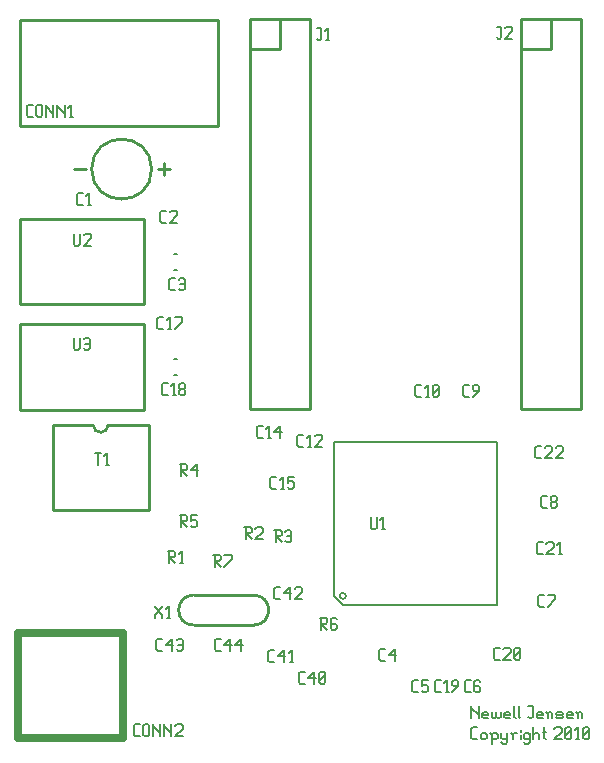
<source format=gbr>
G04 start of page 10 for group -4079 idx -4079 *
G04 Title: (unknown), topsilk *
G04 Creator: pcb 1.99z *
G04 CreationDate: Sun 01 Aug 2010 05:53:12 AM GMT UTC *
G04 For: jensen *
G04 Format: Gerber/RS-274X *
G04 PCB-Dimensions: 200000 250000 *
G04 PCB-Coordinate-Origin: lower left *
%MOIN*%
%FSLAX25Y25*%
%LNFRONTSILK*%
%ADD13C,0.0080*%
%ADD35C,0.0100*%
%ADD50C,0.0250*%
G54D13*X157000Y5000D02*X158500D01*
X156500Y5500D02*X157000Y5000D01*
X156500Y8500D02*Y5500D01*
Y8500D02*X157000Y9000D01*
X158500D01*
X159701Y6500D02*Y5500D01*
Y6500D02*X160201Y7000D01*
X161201D01*
X161701Y6500D01*
Y5500D01*
X161201Y5000D02*X161701Y5500D01*
X160201Y5000D02*X161201D01*
X159701Y5500D02*X160201Y5000D01*
X163402Y6500D02*Y3500D01*
X162902Y7000D02*X163402Y6500D01*
X163902Y7000D01*
X164902D01*
X165402Y6500D01*
Y5500D01*
X164902Y5000D02*X165402Y5500D01*
X163902Y5000D02*X164902D01*
X163402Y5500D02*X163902Y5000D01*
X166603Y7000D02*Y5500D01*
X167103Y5000D01*
X168603Y7000D02*Y4000D01*
X168103Y3500D02*X168603Y4000D01*
X167103Y3500D02*X168103D01*
X166603Y4000D02*X167103Y3500D01*
Y5000D02*X168103D01*
X168603Y5500D01*
X170304Y6500D02*Y5000D01*
Y6500D02*X170804Y7000D01*
X171804D01*
X169804D02*X170304Y6500D01*
X173005Y8000D02*Y7500D01*
Y6500D02*Y5000D01*
X175506Y7000D02*X176006Y6500D01*
X174506Y7000D02*X175506D01*
X174006Y6500D02*X174506Y7000D01*
X174006Y6500D02*Y5500D01*
X174506Y5000D01*
X175506D01*
X176006Y5500D01*
X174006Y4000D02*X174506Y3500D01*
X175506D01*
X176006Y4000D01*
Y7000D02*Y4000D01*
X177207Y9000D02*Y5000D01*
Y6500D02*X177707Y7000D01*
X178707D01*
X179207Y6500D01*
Y5000D01*
X180908Y9000D02*Y5500D01*
X181408Y5000D01*
X180408Y7500D02*X181408D01*
X184209Y8500D02*X184709Y9000D01*
X186209D01*
X186709Y8500D01*
Y7500D01*
X184209Y5000D02*X186709Y7500D01*
X184209Y5000D02*X186709D01*
X187910Y5500D02*X188410Y5000D01*
X187910Y8500D02*Y5500D01*
Y8500D02*X188410Y9000D01*
X189410D01*
X189910Y8500D01*
Y5500D01*
X189410Y5000D02*X189910Y5500D01*
X188410Y5000D02*X189410D01*
X187910Y6000D02*X189910Y8000D01*
X191611Y5000D02*X192611D01*
X192111Y9000D02*Y5000D01*
X191111Y8000D02*X192111Y9000D01*
X193812Y5500D02*X194312Y5000D01*
X193812Y8500D02*Y5500D01*
Y8500D02*X194312Y9000D01*
X195312D01*
X195812Y8500D01*
Y5500D01*
X195312Y5000D02*X195812Y5500D01*
X194312Y5000D02*X195312D01*
X193812Y6000D02*X195812Y8000D01*
X156500Y16000D02*Y12000D01*
Y16000D02*Y15500D01*
X159000Y13000D01*
Y16000D02*Y12000D01*
X160701D02*X162201D01*
X160201Y12500D02*X160701Y12000D01*
X160201Y13500D02*Y12500D01*
Y13500D02*X160701Y14000D01*
X161701D01*
X162201Y13500D01*
X160201Y13000D02*X162201D01*
Y13500D02*Y13000D01*
X163402Y14000D02*Y12500D01*
X163902Y12000D01*
X164402D01*
X164902Y12500D01*
Y14000D02*Y12500D01*
X165402Y12000D01*
X165902D01*
X166402Y12500D01*
Y14000D02*Y12500D01*
X168103Y12000D02*X169603D01*
X167603Y12500D02*X168103Y12000D01*
X167603Y13500D02*Y12500D01*
Y13500D02*X168103Y14000D01*
X169103D01*
X169603Y13500D01*
X167603Y13000D02*X169603D01*
Y13500D02*Y13000D01*
X170804Y16000D02*Y12500D01*
X171304Y12000D01*
X172305Y16000D02*Y12500D01*
X172805Y12000D01*
X175606Y16000D02*X177106D01*
Y12500D01*
X176606Y12000D02*X177106Y12500D01*
X176106Y12000D02*X176606D01*
X175606Y12500D02*X176106Y12000D01*
X178807D02*X180307D01*
X178307Y12500D02*X178807Y12000D01*
X178307Y13500D02*Y12500D01*
Y13500D02*X178807Y14000D01*
X179807D01*
X180307Y13500D01*
X178307Y13000D02*X180307D01*
Y13500D02*Y13000D01*
X182008Y13500D02*Y12000D01*
Y13500D02*X182508Y14000D01*
X183008D01*
X183508Y13500D01*
Y12000D01*
X181508Y14000D02*X182008Y13500D01*
X185209Y12000D02*X186709D01*
X187209Y12500D01*
X186709Y13000D02*X187209Y12500D01*
X185209Y13000D02*X186709D01*
X184709Y13500D02*X185209Y13000D01*
X184709Y13500D02*X185209Y14000D01*
X186709D01*
X187209Y13500D01*
X184709Y12500D02*X185209Y12000D01*
X188910D02*X190410D01*
X188410Y12500D02*X188910Y12000D01*
X188410Y13500D02*Y12500D01*
Y13500D02*X188910Y14000D01*
X189910D01*
X190410Y13500D01*
X188410Y13000D02*X190410D01*
Y13500D02*Y13000D01*
X192111Y13500D02*Y12000D01*
Y13500D02*X192611Y14000D01*
X193111D01*
X193611Y13500D01*
Y12000D01*
X191611Y14000D02*X192111Y13500D01*
G54D35*X17000Y109750D02*Y81250D01*
X49000D01*
Y109750D02*Y81250D01*
X17000Y109750D02*X30500D01*
X35500D02*X49000D01*
X30500D02*G75*G03X35500Y109750I2500J0D01*G01*
X6100Y178472D02*Y149972D01*
Y178472D02*X47500D01*
Y149972D01*
X6100D02*X47500D01*
G54D13*X57607Y131755D02*X58393D01*
X57607Y126245D02*X58393D01*
X57607Y166755D02*X58393D01*
X57607Y161245D02*X58393D01*
G54D35*X183000Y245000D02*Y235000D01*
X173000D02*X183000D01*
X173000Y245000D02*X193000D01*
Y115000D01*
X173000D02*X193000D01*
X173000Y245000D02*Y115000D01*
X6100Y143300D02*Y114800D01*
Y143300D02*X47500D01*
Y114800D01*
X6100D02*X47500D01*
X58818Y244716D02*X72204D01*
Y209283D01*
X58425D02*X72204D01*
X6063Y244716D02*X61181D01*
X6063Y209283D02*X61181D01*
X6063Y244716D02*Y209283D01*
X24000Y195000D02*X28000D01*
X54000Y197000D02*Y193000D01*
X52000Y195000D02*X56000D01*
X50000D02*G75*G03X50000Y195000I-10000J0D01*G01*
X92900Y245000D02*Y235000D01*
X82900D02*X92900D01*
X82900Y245000D02*X102900D01*
Y115000D01*
X82900D02*X102900D01*
X82900Y245000D02*Y115000D01*
X64000Y53000D02*X84000D01*
X64000Y43000D02*X84000D01*
X64000Y53000D02*G75*G03X64000Y43000I0J-5000D01*G01*
X84000D02*G75*G03X84000Y53000I0J5000D01*G01*
G54D50*X40500Y40500D02*X5500D01*
X40500Y5500D02*Y40500D01*
X5500Y5500D02*X40500D01*
X5500Y40500D02*Y5500D01*
G54D13*X113741Y49841D02*X110841Y52741D01*
X113741Y49841D02*X165159D01*
Y104159D02*Y49841D01*
X110841Y104159D02*X165159D01*
X110841D02*Y52741D01*
X113741Y51741D02*G75*G03X113741Y51741I0J1000D01*G01*
X126350Y31150D02*X127850D01*
X125850Y31650D02*X126350Y31150D01*
X125850Y34650D02*Y31650D01*
Y34650D02*X126350Y35150D01*
X127850D01*
X129051Y33150D02*X131051Y35150D01*
X129051Y33150D02*X131551D01*
X131051Y35150D02*Y31150D01*
X137350Y20650D02*X138850D01*
X136850Y21150D02*X137350Y20650D01*
X136850Y24150D02*Y21150D01*
Y24150D02*X137350Y24650D01*
X138850D01*
X140051D02*X142051D01*
X140051D02*Y22650D01*
X140551Y23150D01*
X141551D01*
X142051Y22650D01*
Y21150D01*
X141551Y20650D02*X142051Y21150D01*
X140551Y20650D02*X141551D01*
X140051Y21150D02*X140551Y20650D01*
X59350Y79650D02*X61350D01*
X61850Y79150D01*
Y78150D01*
X61350Y77650D02*X61850Y78150D01*
X59850Y77650D02*X61350D01*
X59850Y79650D02*Y75650D01*
Y77650D02*X61850Y75650D01*
X63051Y79650D02*X65051D01*
X63051D02*Y77650D01*
X63551Y78150D01*
X64551D01*
X65051Y77650D01*
Y76150D01*
X64551Y75650D02*X65051Y76150D01*
X63551Y75650D02*X64551D01*
X63051Y76150D02*X63551Y75650D01*
X70500Y66500D02*X72500D01*
X73000Y66000D01*
Y65000D01*
X72500Y64500D02*X73000Y65000D01*
X71000Y64500D02*X72500D01*
X71000Y66500D02*Y62500D01*
Y64500D02*X73000Y62500D01*
X74201D02*X76701Y65000D01*
Y66500D02*Y65000D01*
X74201Y66500D02*X76701D01*
X80850Y75650D02*X82850D01*
X83350Y75150D01*
Y74150D01*
X82850Y73650D02*X83350Y74150D01*
X81350Y73650D02*X82850D01*
X81350Y75650D02*Y71650D01*
Y73650D02*X83350Y71650D01*
X84551Y75150D02*X85051Y75650D01*
X86551D01*
X87051Y75150D01*
Y74150D01*
X84551Y71650D02*X87051Y74150D01*
X84551Y71650D02*X87051D01*
X71500Y34500D02*X73000D01*
X71000Y35000D02*X71500Y34500D01*
X71000Y38000D02*Y35000D01*
Y38000D02*X71500Y38500D01*
X73000D01*
X74201Y36500D02*X76201Y38500D01*
X74201Y36500D02*X76701D01*
X76201Y38500D02*Y34500D01*
X77902Y36500D02*X79902Y38500D01*
X77902Y36500D02*X80402D01*
X79902Y38500D02*Y34500D01*
X91350Y51650D02*X92850D01*
X90850Y52150D02*X91350Y51650D01*
X90850Y55150D02*Y52150D01*
Y55150D02*X91350Y55650D01*
X92850D01*
X94051Y53650D02*X96051Y55650D01*
X94051Y53650D02*X96551D01*
X96051Y55650D02*Y51650D01*
X97752Y55150D02*X98252Y55650D01*
X99752D01*
X100252Y55150D01*
Y54150D01*
X97752Y51650D02*X100252Y54150D01*
X97752Y51650D02*X100252D01*
X123000Y79000D02*Y75500D01*
X123500Y75000D01*
X124500D01*
X125000Y75500D01*
Y79000D02*Y75500D01*
X126701Y75000D02*X127701D01*
X127201Y79000D02*Y75000D01*
X126201Y78000D02*X127201Y79000D01*
X90850Y74650D02*X92850D01*
X93350Y74150D01*
Y73150D01*
X92850Y72650D02*X93350Y73150D01*
X91350Y72650D02*X92850D01*
X91350Y74650D02*Y70650D01*
Y72650D02*X93350Y70650D01*
X94551Y74150D02*X95051Y74650D01*
X96051D01*
X96551Y74150D01*
Y71150D01*
X96051Y70650D02*X96551Y71150D01*
X95051Y70650D02*X96051D01*
X94551Y71150D02*X95051Y70650D01*
Y72650D02*X96551D01*
X52000Y34500D02*X53500D01*
X51500Y35000D02*X52000Y34500D01*
X51500Y38000D02*Y35000D01*
Y38000D02*X52000Y38500D01*
X53500D01*
X54701Y36500D02*X56701Y38500D01*
X54701Y36500D02*X57201D01*
X56701Y38500D02*Y34500D01*
X58402Y38000D02*X58902Y38500D01*
X59902D01*
X60402Y38000D01*
Y35000D01*
X59902Y34500D02*X60402Y35000D01*
X58902Y34500D02*X59902D01*
X58402Y35000D02*X58902Y34500D01*
Y36500D02*X60402D01*
X44500Y6000D02*X46000D01*
X44000Y6500D02*X44500Y6000D01*
X44000Y9500D02*Y6500D01*
Y9500D02*X44500Y10000D01*
X46000D01*
X47201Y9500D02*Y6500D01*
Y9500D02*X47701Y10000D01*
X48701D01*
X49201Y9500D01*
Y6500D01*
X48701Y6000D02*X49201Y6500D01*
X47701Y6000D02*X48701D01*
X47201Y6500D02*X47701Y6000D01*
X50402Y10000D02*Y6000D01*
Y10000D02*Y9500D01*
X52902Y7000D01*
Y10000D02*Y6000D01*
X54103Y10000D02*Y6000D01*
Y10000D02*Y9500D01*
X56603Y7000D01*
Y10000D02*Y6000D01*
X57804Y9500D02*X58304Y10000D01*
X59804D01*
X60304Y9500D01*
Y8500D01*
X57804Y6000D02*X60304Y8500D01*
X57804Y6000D02*X60304D01*
X51000Y49500D02*Y49000D01*
X53500Y46500D01*
Y45500D01*
X51000Y46500D02*Y45500D01*
Y46500D02*X53500Y49000D01*
Y49500D02*Y49000D01*
X55201Y45500D02*X56201D01*
X55701Y49500D02*Y45500D01*
X54701Y48500D02*X55701Y49500D01*
X154350Y119150D02*X155850D01*
X153850Y119650D02*X154350Y119150D01*
X153850Y122650D02*Y119650D01*
Y122650D02*X154350Y123150D01*
X155850D01*
X157051Y119150D02*X159051Y121150D01*
Y122650D02*Y121150D01*
X158551Y123150D02*X159051Y122650D01*
X157551Y123150D02*X158551D01*
X157051Y122650D02*X157551Y123150D01*
X157051Y122650D02*Y121650D01*
X157551Y121150D01*
X159051D01*
X138350Y119150D02*X139850D01*
X137850Y119650D02*X138350Y119150D01*
X137850Y122650D02*Y119650D01*
Y122650D02*X138350Y123150D01*
X139850D01*
X141551Y119150D02*X142551D01*
X142051Y123150D02*Y119150D01*
X141051Y122150D02*X142051Y123150D01*
X143752Y119650D02*X144252Y119150D01*
X143752Y122650D02*Y119650D01*
Y122650D02*X144252Y123150D01*
X145252D01*
X145752Y122650D01*
Y119650D01*
X145252Y119150D02*X145752Y119650D01*
X144252Y119150D02*X145252D01*
X143752Y120150D02*X145752Y122150D01*
X180350Y82150D02*X181850D01*
X179850Y82650D02*X180350Y82150D01*
X179850Y85650D02*Y82650D01*
Y85650D02*X180350Y86150D01*
X181850D01*
X183051Y82650D02*X183551Y82150D01*
X183051Y83650D02*Y82650D01*
Y83650D02*X183551Y84150D01*
X184551D01*
X185051Y83650D01*
Y82650D01*
X184551Y82150D02*X185051Y82650D01*
X183551Y82150D02*X184551D01*
X183051Y84650D02*X183551Y84150D01*
X183051Y85650D02*Y84650D01*
Y85650D02*X183551Y86150D01*
X184551D01*
X185051Y85650D01*
Y84650D01*
X184551Y84150D02*X185051Y84650D01*
X178350Y98650D02*X179850D01*
X177850Y99150D02*X178350Y98650D01*
X177850Y102150D02*Y99150D01*
Y102150D02*X178350Y102650D01*
X179850D01*
X181051Y102150D02*X181551Y102650D01*
X183051D01*
X183551Y102150D01*
Y101150D01*
X181051Y98650D02*X183551Y101150D01*
X181051Y98650D02*X183551D01*
X184752Y102150D02*X185252Y102650D01*
X186752D01*
X187252Y102150D01*
Y101150D01*
X184752Y98650D02*X187252Y101150D01*
X184752Y98650D02*X187252D01*
X99500Y23500D02*X101000D01*
X99000Y24000D02*X99500Y23500D01*
X99000Y27000D02*Y24000D01*
Y27000D02*X99500Y27500D01*
X101000D01*
X102201Y25500D02*X104201Y27500D01*
X102201Y25500D02*X104701D01*
X104201Y27500D02*Y23500D01*
X105902Y24000D02*X106402Y23500D01*
X105902Y27000D02*Y24000D01*
Y27000D02*X106402Y27500D01*
X107402D01*
X107902Y27000D01*
Y24000D01*
X107402Y23500D02*X107902Y24000D01*
X106402Y23500D02*X107402D01*
X105902Y24500D02*X107902Y26500D01*
X106000Y45500D02*X108000D01*
X108500Y45000D01*
Y44000D01*
X108000Y43500D02*X108500Y44000D01*
X106500Y43500D02*X108000D01*
X106500Y45500D02*Y41500D01*
Y43500D02*X108500Y41500D01*
X111201Y45500D02*X111701Y45000D01*
X110201Y45500D02*X111201D01*
X109701Y45000D02*X110201Y45500D01*
X109701Y45000D02*Y42000D01*
X110201Y41500D01*
X111201Y43500D02*X111701Y43000D01*
X109701Y43500D02*X111201D01*
X110201Y41500D02*X111201D01*
X111701Y42000D01*
Y43000D02*Y42000D01*
X89350Y30650D02*X90850D01*
X88850Y31150D02*X89350Y30650D01*
X88850Y34150D02*Y31150D01*
Y34150D02*X89350Y34650D01*
X90850D01*
X92051Y32650D02*X94051Y34650D01*
X92051Y32650D02*X94551D01*
X94051Y34650D02*Y30650D01*
X96252D02*X97252D01*
X96752Y34650D02*Y30650D01*
X95752Y33650D02*X96752Y34650D01*
X178850Y66650D02*X180350D01*
X178350Y67150D02*X178850Y66650D01*
X178350Y70150D02*Y67150D01*
Y70150D02*X178850Y70650D01*
X180350D01*
X181551Y70150D02*X182051Y70650D01*
X183551D01*
X184051Y70150D01*
Y69150D01*
X181551Y66650D02*X184051Y69150D01*
X181551Y66650D02*X184051D01*
X185752D02*X186752D01*
X186252Y70650D02*Y66650D01*
X185252Y69650D02*X186252Y70650D01*
X179350Y49150D02*X180850D01*
X178850Y49650D02*X179350Y49150D01*
X178850Y52650D02*Y49650D01*
Y52650D02*X179350Y53150D01*
X180850D01*
X182051Y49150D02*X184551Y51650D01*
Y53150D02*Y51650D01*
X182051Y53150D02*X184551D01*
X154850Y20650D02*X156350D01*
X154350Y21150D02*X154850Y20650D01*
X154350Y24150D02*Y21150D01*
Y24150D02*X154850Y24650D01*
X156350D01*
X159051D02*X159551Y24150D01*
X158051Y24650D02*X159051D01*
X157551Y24150D02*X158051Y24650D01*
X157551Y24150D02*Y21150D01*
X158051Y20650D01*
X159051Y22650D02*X159551Y22150D01*
X157551Y22650D02*X159051D01*
X158051Y20650D02*X159051D01*
X159551Y21150D01*
Y22150D02*Y21150D01*
X164500Y31500D02*X166000D01*
X164000Y32000D02*X164500Y31500D01*
X164000Y35000D02*Y32000D01*
Y35000D02*X164500Y35500D01*
X166000D01*
X167201Y35000D02*X167701Y35500D01*
X169201D01*
X169701Y35000D01*
Y34000D01*
X167201Y31500D02*X169701Y34000D01*
X167201Y31500D02*X169701D01*
X170902Y32000D02*X171402Y31500D01*
X170902Y35000D02*Y32000D01*
Y35000D02*X171402Y35500D01*
X172402D01*
X172902Y35000D01*
Y32000D01*
X172402Y31500D02*X172902Y32000D01*
X171402Y31500D02*X172402D01*
X170902Y32500D02*X172902Y34500D01*
X144850Y20650D02*X146350D01*
X144350Y21150D02*X144850Y20650D01*
X144350Y24150D02*Y21150D01*
Y24150D02*X144850Y24650D01*
X146350D01*
X148051Y20650D02*X149051D01*
X148551Y24650D02*Y20650D01*
X147551Y23650D02*X148551Y24650D01*
X150252Y20650D02*X152252Y22650D01*
Y24150D02*Y22650D01*
X151752Y24650D02*X152252Y24150D01*
X150752Y24650D02*X151752D01*
X150252Y24150D02*X150752Y24650D01*
X150252Y24150D02*Y23150D01*
X150752Y22650D01*
X152252D01*
X165000Y242500D02*X166500D01*
Y239000D01*
X166000Y238500D02*X166500Y239000D01*
X165500Y238500D02*X166000D01*
X165000Y239000D02*X165500Y238500D01*
X167701Y242000D02*X168201Y242500D01*
X169701D01*
X170201Y242000D01*
Y241000D01*
X167701Y238500D02*X170201Y241000D01*
X167701Y238500D02*X170201D01*
X105000Y241900D02*X106500D01*
Y238400D01*
X106000Y237900D02*X106500Y238400D01*
X105500Y237900D02*X106000D01*
X105000Y238400D02*X105500Y237900D01*
X108201D02*X109201D01*
X108701Y241900D02*Y237900D01*
X107701Y240900D02*X108701Y241900D01*
X99000Y102500D02*X100500D01*
X98500Y103000D02*X99000Y102500D01*
X98500Y106000D02*Y103000D01*
Y106000D02*X99000Y106500D01*
X100500D01*
X102201Y102500D02*X103201D01*
X102701Y106500D02*Y102500D01*
X101701Y105500D02*X102701Y106500D01*
X104402Y106000D02*X104902Y106500D01*
X106402D01*
X106902Y106000D01*
Y105000D01*
X104402Y102500D02*X106902Y105000D01*
X104402Y102500D02*X106902D01*
X53850Y119650D02*X55350D01*
X53350Y120150D02*X53850Y119650D01*
X53350Y123150D02*Y120150D01*
Y123150D02*X53850Y123650D01*
X55350D01*
X57051Y119650D02*X58051D01*
X57551Y123650D02*Y119650D01*
X56551Y122650D02*X57551Y123650D01*
X59252Y120150D02*X59752Y119650D01*
X59252Y121150D02*Y120150D01*
Y121150D02*X59752Y121650D01*
X60752D01*
X61252Y121150D01*
Y120150D01*
X60752Y119650D02*X61252Y120150D01*
X59752Y119650D02*X60752D01*
X59252Y122150D02*X59752Y121650D01*
X59252Y123150D02*Y122150D01*
Y123150D02*X59752Y123650D01*
X60752D01*
X61252Y123150D01*
Y122150D01*
X60752Y121650D02*X61252Y122150D01*
X55350Y67650D02*X57350D01*
X57850Y67150D01*
Y66150D01*
X57350Y65650D02*X57850Y66150D01*
X55850Y65650D02*X57350D01*
X55850Y67650D02*Y63650D01*
Y65650D02*X57850Y63650D01*
X59551D02*X60551D01*
X60051Y67650D02*Y63650D01*
X59051Y66650D02*X60051Y67650D01*
X31000Y100500D02*X33000D01*
X32000D02*Y96500D01*
X34701D02*X35701D01*
X35201Y100500D02*Y96500D01*
X34201Y99500D02*X35201Y100500D01*
X24100Y173472D02*Y169972D01*
X24600Y169472D01*
X25600D01*
X26100Y169972D01*
Y173472D02*Y169972D01*
X27301Y172972D02*X27801Y173472D01*
X29301D01*
X29801Y172972D01*
Y171972D01*
X27301Y169472D02*X29801Y171972D01*
X27301Y169472D02*X29801D01*
X8877Y212500D02*X10377D01*
X8377Y213000D02*X8877Y212500D01*
X8377Y216000D02*Y213000D01*
Y216000D02*X8877Y216500D01*
X10377D01*
X11578Y216000D02*Y213000D01*
Y216000D02*X12078Y216500D01*
X13078D01*
X13578Y216000D01*
Y213000D01*
X13078Y212500D02*X13578Y213000D01*
X12078Y212500D02*X13078D01*
X11578Y213000D02*X12078Y212500D01*
X14779Y216500D02*Y212500D01*
Y216500D02*Y216000D01*
X17279Y213500D01*
Y216500D02*Y212500D01*
X18480Y216500D02*Y212500D01*
Y216500D02*Y216000D01*
X20980Y213500D01*
Y216500D02*Y212500D01*
X22681D02*X23681D01*
X23181Y216500D02*Y212500D01*
X22181Y215500D02*X23181Y216500D01*
X56350Y154650D02*X57850D01*
X55850Y155150D02*X56350Y154650D01*
X55850Y158150D02*Y155150D01*
Y158150D02*X56350Y158650D01*
X57850D01*
X59051Y158150D02*X59551Y158650D01*
X60551D01*
X61051Y158150D01*
Y155150D01*
X60551Y154650D02*X61051Y155150D01*
X59551Y154650D02*X60551D01*
X59051Y155150D02*X59551Y154650D01*
Y156650D02*X61051D01*
X52350Y141650D02*X53850D01*
X51850Y142150D02*X52350Y141650D01*
X51850Y145150D02*Y142150D01*
Y145150D02*X52350Y145650D01*
X53850D01*
X55551Y141650D02*X56551D01*
X56051Y145650D02*Y141650D01*
X55051Y144650D02*X56051Y145650D01*
X57752Y141650D02*X60252Y144150D01*
Y145650D02*Y144150D01*
X57752Y145650D02*X60252D01*
X24100Y138800D02*Y135300D01*
X24600Y134800D01*
X25600D01*
X26100Y135300D01*
Y138800D02*Y135300D01*
X27301Y138300D02*X27801Y138800D01*
X28801D01*
X29301Y138300D01*
Y135300D01*
X28801Y134800D02*X29301Y135300D01*
X27801Y134800D02*X28801D01*
X27301Y135300D02*X27801Y134800D01*
Y136800D02*X29301D01*
X53350Y177150D02*X54850D01*
X52850Y177650D02*X53350Y177150D01*
X52850Y180650D02*Y177650D01*
Y180650D02*X53350Y181150D01*
X54850D01*
X56051Y180650D02*X56551Y181150D01*
X58051D01*
X58551Y180650D01*
Y179650D01*
X56051Y177150D02*X58551Y179650D01*
X56051Y177150D02*X58551D01*
X25500Y183000D02*X27000D01*
X25000Y183500D02*X25500Y183000D01*
X25000Y186500D02*Y183500D01*
Y186500D02*X25500Y187000D01*
X27000D01*
X28701Y183000D02*X29701D01*
X29201Y187000D02*Y183000D01*
X28201Y186000D02*X29201Y187000D01*
X90000Y88500D02*X91500D01*
X89500Y89000D02*X90000Y88500D01*
X89500Y92000D02*Y89000D01*
Y92000D02*X90000Y92500D01*
X91500D01*
X93201Y88500D02*X94201D01*
X93701Y92500D02*Y88500D01*
X92701Y91500D02*X93701Y92500D01*
X95402D02*X97402D01*
X95402D02*Y90500D01*
X95902Y91000D01*
X96902D01*
X97402Y90500D01*
Y89000D01*
X96902Y88500D02*X97402Y89000D01*
X95902Y88500D02*X96902D01*
X95402Y89000D02*X95902Y88500D01*
X59350Y96650D02*X61350D01*
X61850Y96150D01*
Y95150D01*
X61350Y94650D02*X61850Y95150D01*
X59850Y94650D02*X61350D01*
X59850Y96650D02*Y92650D01*
Y94650D02*X61850Y92650D01*
X63051Y94650D02*X65051Y96650D01*
X63051Y94650D02*X65551D01*
X65051Y96650D02*Y92650D01*
X85500Y105500D02*X87000D01*
X85000Y106000D02*X85500Y105500D01*
X85000Y109000D02*Y106000D01*
Y109000D02*X85500Y109500D01*
X87000D01*
X88701Y105500D02*X89701D01*
X89201Y109500D02*Y105500D01*
X88201Y108500D02*X89201Y109500D01*
X90902Y107500D02*X92902Y109500D01*
X90902Y107500D02*X93402D01*
X92902Y109500D02*Y105500D01*
M02*

</source>
